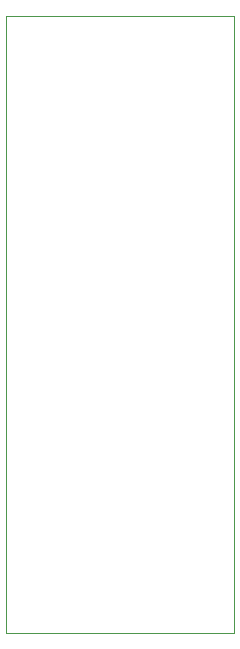
<source format=gm1>
G04 #@! TF.GenerationSoftware,KiCad,Pcbnew,9.0.7*
G04 #@! TF.CreationDate,2026-02-14T15:35:40+11:00*
G04 #@! TF.ProjectId,16BitFlashROM_Adaptor,31364269-7446-46c6-9173-68524f4d5f41,rev?*
G04 #@! TF.SameCoordinates,Original*
G04 #@! TF.FileFunction,Profile,NP*
%FSLAX46Y46*%
G04 Gerber Fmt 4.6, Leading zero omitted, Abs format (unit mm)*
G04 Created by KiCad (PCBNEW 9.0.7) date 2026-02-14 15:35:40*
%MOMM*%
%LPD*%
G01*
G04 APERTURE LIST*
G04 #@! TA.AperFunction,Profile*
%ADD10C,0.100000*%
G04 #@! TD*
G04 APERTURE END LIST*
D10*
X137700000Y-86900000D02*
X156940000Y-86900000D01*
X156940000Y-139160000D01*
X137700000Y-139160000D01*
X137700000Y-86900000D01*
M02*

</source>
